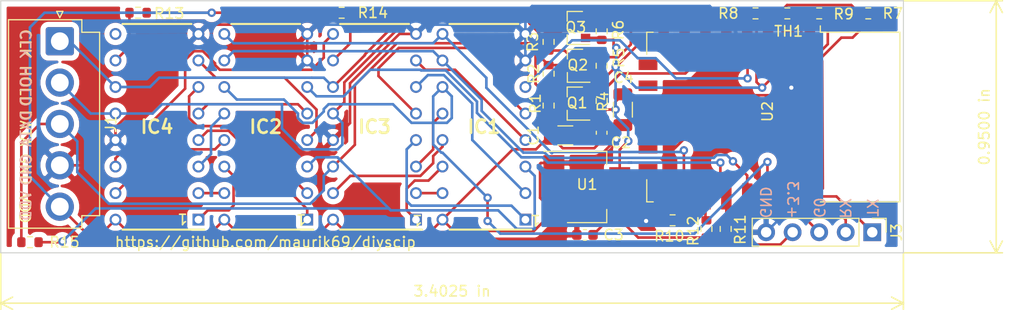
<source format=kicad_pcb>
(kicad_pcb (version 20171130) (host pcbnew "(5.1.9-0-10_14)")
  (title_block (title "Intex Wireless Controller") (date 2021-01-02) (rev 1.0) (company maurik69@gmail.com) (comment 1 https://github.com/maurik69/diyscip))
  (layers (0 F.Cu signal) (31 B.Cu signal) (34 B.Paste user) (35 F.Paste user) (36 B.SilkS user) (37 F.SilkS user) (38 B.Mask user) (39 F.Mask user) (44 Edge.Cuts user))
  (net 0 "")
  (net 1 GND)
  (net 2 +5V)
  (net 3 +3V3)
  (net 4 "Net-(IC1-Pad15)")
  (net 5 "Net-(IC1-Pad14)")
  (net 6 "Net-(IC1-Pad13)")
  (net 7 "Net-(IC1-Pad12)")
  (net 8 "Net-(IC1-Pad11)")
  (net 9 "Net-(IC1-Pad10)")
  (net 10 "Net-(IC1-Pad9)")
  (net 11 "Net-(IC1-Pad6)")
  (net 12 "Net-(IC1-Pad5)")
  (net 13 "Net-(IC1-Pad4)")
  (net 14 "Net-(IC1-Pad3)")
  (net 15 "Net-(IC1-Pad2)")
  (net 16 "Net-(IC1-Pad1)")
  (net 17 "Net-(IC2-Pad15)")
  (net 18 "Net-(IC2-Pad14)")
  (net 19 "Net-(IC2-Pad13)")
  (net 20 "Net-(IC2-Pad12)")
  (net 21 "Net-(IC2-Pad6)")
  (net 22 "Net-(IC2-Pad5)")
  (net 23 "Net-(IC2-Pad4)")
  (net 24 "Net-(IC2-Pad2)")
  (net 25 "Net-(IC2-Pad1)")
  (net 26 DATA_TTL)
  (net 27 HOLD_TTL)
  (net 28 CLK_TTL)
  (net 29 "Net-(IC3-Pad10)")
  (net 30 "Net-(IC3-Pad9)")
  (net 31 "Net-(IC4-Pad10)")
  (net 32 "Net-(IC4-Pad9)")
  (net 33 "Net-(J3-Pad2)")
  (net 34 "Net-(J3-Pad1)")
  (net 35 DATA_CMOS)
  (net 36 HOLD_CMOS)
  (net 37 CLK_CMOS)
  (net 38 "Net-(R7-Pad1)")
  (net 39 "Net-(R8-Pad2)")
  (net 40 "Net-(R12-Pad2)")
  (net 41 "Net-(U2-Pad14)")
  (net 42 "Net-(U2-Pad13)")
  (net 43 "Net-(U2-Pad12)")
  (net 44 "Net-(U2-Pad11)")
  (net 45 "Net-(U2-Pad10)")
  (net 46 "Net-(U2-Pad9)")
  (net 47 "Net-(R9-Pad2)")
  (module Resistor_SMD:R_0603_1608Metric (layer F.Cu) (at 116.7125 105.8545)
    (fp_text reference R15 (at 3.3025 0) (layer F.SilkS))
    (fp_text value 1K)
    (pad 2 smd roundrect (at 0.825 0) (size 0.8 0.95) (layers F.Cu F.Paste F.Mask) (net 14 "Net-(IC1-Pad3)"))
    (pad 1 smd roundrect (at -0.825 0) (size 0.8 0.95) (layers F.Cu F.Paste F.Mask) (net 26 DATA_TTL))
  )
  (module Connector_PinHeader_2.54mm:PinHeader_1x05_P2.54mm_Vertical (layer F.Cu) (at 197.358 104.902 270)
    (fp_text reference J3 (at 0 -2.33 90) (layer F.SilkS))
    (fp_text value Conn_01x05_Male)
    (pad 5 thru_hole oval (at 0 10.16 270) (size 1.7 1.7) (drill 1) (layers *.Cu *.Mask) (net 1 GND))
    (pad 4 thru_hole oval (at 0 7.62 270) (size 1.7 1.7) (drill 1) (layers *.Cu *.Mask) (net 3 +3V3))
    (pad 3 thru_hole oval (at 0 5.08 270) (size 1.7 1.7) (drill 1) (layers *.Cu *.Mask) (net 21 "Net-(IC2-Pad6)"))
    (pad 2 thru_hole oval (at 0 2.54 270) (size 1.7 1.7) (drill 1) (layers *.Cu *.Mask) (net 33 "Net-(J3-Pad2)"))
    (pad 1 thru_hole rect (at 0 0 270) (size 1.7 1.7) (drill 1) (layers *.Cu *.Mask) (net 34 "Net-(J3-Pad1)"))
  )
  (module Resistor_SMD:R_0603_1608Metric (layer F.Cu) (at 189.2295 83.947 180)
    (fp_text reference TH1 (at -0.1275 -1.7145) (layer F.SilkS))
    (fp_text value "Thermistor NTC 10K")
    (pad 2 smd roundrect (at 0.825 0 180) (size 0.8 0.95) (layers F.Cu F.Paste F.Mask) (net 38 "Net-(R7-Pad1)"))
    (pad 1 smd roundrect (at -0.825 0 180) (size 0.8 0.95) (layers F.Cu F.Paste F.Mask) (net 3 +3V3))
  )
  (module Resistor_SMD:R_0603_1608Metric (layer F.Cu) (at 196.9765 83.947)
    (fp_text reference R7 (at 2.35 0) (layer F.SilkS))
    (fp_text value 10k)
    (pad 2 smd roundrect (at 0.825 0) (size 0.8 0.95) (layers F.Cu F.Paste F.Mask) (net 1 GND))
    (pad 1 smd roundrect (at -0.825 0) (size 0.8 0.95) (layers F.Cu F.Paste F.Mask) (net 38 "Net-(R7-Pad1)"))
  )
  (module RF_Module:ESP-12E (layer F.Cu) (at 187.888 93.873 270)
    (fp_text reference U2 (at -0.528 0.563 90) (layer F.SilkS))
    (fp_text value ESP-12E)
    (pad 22 smd rect (at 7.6 -3.5 270) (size 2.5 1) (layers F.Cu F.Paste F.Mask) (net 34 "Net-(J3-Pad1)"))
    (pad 21 smd rect (at 7.6 -1.5 270) (size 2.5 1) (layers F.Cu F.Paste F.Mask) (net 33 "Net-(J3-Pad2)"))
    (pad 20 smd rect (at 7.6 0.5 270) (size 2.5 1) (layers F.Cu F.Paste F.Mask) (net 8 "Net-(IC1-Pad11)"))
    (pad 19 smd rect (at 7.6 2.5 270) (size 2.5 1) (layers F.Cu F.Paste F.Mask) (net 9 "Net-(IC1-Pad10)"))
    (pad 18 smd rect (at 7.6 4.5 270) (size 2.5 1) (layers F.Cu F.Paste F.Mask) (net 21 "Net-(IC2-Pad6)"))
    (pad 17 smd rect (at 7.6 6.5 270) (size 2.5 1) (layers F.Cu F.Paste F.Mask) (net 40 "Net-(R12-Pad2)"))
    (pad 16 smd rect (at 7.6 8.5 270) (size 2.5 1) (layers F.Cu F.Paste F.Mask) (net 10 "Net-(IC1-Pad9)"))
    (pad 15 smd rect (at 7.6 10.5 270) (size 2.5 1) (layers F.Cu F.Paste F.Mask) (net 1 GND))
    (pad 14 smd rect (at 5 12 270) (size 1 1.8) (layers F.Cu F.Paste F.Mask) (net 41 "Net-(U2-Pad14)"))
    (pad 13 smd rect (at 3 12 270) (size 1 1.8) (layers F.Cu F.Paste F.Mask) (net 42 "Net-(U2-Pad13)"))
    (pad 12 smd rect (at 1 12 270) (size 1 1.8) (layers F.Cu F.Paste F.Mask) (net 43 "Net-(U2-Pad12)"))
    (pad 11 smd rect (at -1 12 270) (size 1 1.8) (layers F.Cu F.Paste F.Mask) (net 44 "Net-(U2-Pad11)"))
    (pad 10 smd rect (at -3 12 270) (size 1 1.8) (layers F.Cu F.Paste F.Mask) (net 45 "Net-(U2-Pad10)"))
    (pad 9 smd rect (at -5 12 270) (size 1 1.8) (layers F.Cu F.Paste F.Mask) (net 46 "Net-(U2-Pad9)"))
    (pad 8 smd rect (at -7.6 10.5 270) (size 2.5 1) (layers F.Cu F.Paste F.Mask) (net 3 +3V3))
    (pad 7 smd rect (at -7.6 8.5 270) (size 2.5 1) (layers F.Cu F.Paste F.Mask) (net 36 HOLD_CMOS))
    (pad 6 smd rect (at -7.6 6.5 270) (size 2.5 1) (layers F.Cu F.Paste F.Mask) (net 35 DATA_CMOS))
    (pad 5 smd rect (at -7.6 4.5 270) (size 2.5 1) (layers F.Cu F.Paste F.Mask) (net 37 CLK_CMOS))
    (pad 4 smd rect (at -7.6 2.5 270) (size 2.5 1) (layers F.Cu F.Paste F.Mask) (net 11 "Net-(IC1-Pad6)"))
    (pad 3 smd rect (at -7.6 0.5 270) (size 2.5 1) (layers F.Cu F.Paste F.Mask) (net 39 "Net-(R8-Pad2)"))
    (pad 2 smd rect (at -7.6 -1.5 270) (size 2.5 1) (layers F.Cu F.Paste F.Mask) (net 38 "Net-(R7-Pad1)"))
    (pad 1 smd rect (at -7.6 -3.5 270) (size 2.5 1) (layers F.Cu F.Paste F.Mask) (net 47 "Net-(R9-Pad2)"))
  )
  (module Resistor_SMD:R_0603_1608Metric (layer F.Cu) (at 146.558 83.8835)
    (fp_text reference R14 (at 2.9845 0) (layer F.SilkS))
    (fp_text value 1K)
    (pad 1 smd roundrect (at -0.825 0) (size 0.8 0.95) (layers F.Cu F.Paste F.Mask) (net 2 +5V))
    (pad 2 smd roundrect (at 0.825 0) (size 0.8 0.95) (layers F.Cu F.Paste F.Mask) (net 29 "Net-(IC3-Pad10)"))
  )
  (module Resistor_SMD:R_0603_1608Metric (layer F.Cu) (at 181.483 104.585 90)
    (fp_text reference R12 (at -0.19 -1.27 90) (layer F.SilkS))
    (fp_text value 10K)
    (pad 2 smd roundrect (at 0.825 0 90) (size 0.8 0.95) (layers F.Cu F.Paste F.Mask) (net 40 "Net-(R12-Pad2)"))
    (pad 1 smd roundrect (at -0.825 0 90) (size 0.8 0.95) (layers F.Cu F.Paste F.Mask) (net 3 +3V3))
  )
  (module Resistor_SMD:R_0603_1608Metric (layer F.Cu) (at 183.3245 104.584 90)
    (fp_text reference R11 (at -0.064 1.397 90) (layer F.SilkS))
    (fp_text value 10K)
    (pad 2 smd roundrect (at 0.825 0 90) (size 0.8 0.95) (layers F.Cu F.Paste F.Mask) (net 21 "Net-(IC2-Pad6)"))
    (pad 1 smd roundrect (at -0.825 0 90) (size 0.8 0.95) (layers F.Cu F.Paste F.Mask) (net 3 +3V3))
  )
  (module Resistor_SMD:R_0603_1608Metric (layer F.Cu) (at 192.2775 83.947 180)
    (fp_text reference R9 (at -2.35 -0.0635) (layer F.SilkS))
    (fp_text value 10K)
    (pad 2 smd roundrect (at 0.825 0 180) (size 0.8 0.95) (layers F.Cu F.Paste F.Mask) (net 47 "Net-(R9-Pad2)"))
    (pad 1 smd roundrect (at -0.825 0 180) (size 0.8 0.95) (layers F.Cu F.Paste F.Mask) (net 3 +3V3))
  )
  (module Resistor_SMD:R_0603_1608Metric (layer F.Cu) (at 186.1815 83.947)
    (fp_text reference R8 (at -2.603 0) (layer F.SilkS))
    (fp_text value 10K)
    (pad 2 smd roundrect (at 0.825 0) (size 0.8 0.95) (layers F.Cu F.Paste F.Mask) (net 39 "Net-(R8-Pad2)"))
    (pad 1 smd roundrect (at -0.825 0) (size 0.8 0.95) (layers F.Cu F.Paste F.Mask) (net 3 +3V3))
  )
  (module Capacitor_SMD:C_0603_1608Metric (layer F.Cu) (at 169.8495 105.156 180)
    (fp_text reference C3 (at -2.7435 0) (layer F.SilkS))
    (fp_text value 100nF)
    (pad 2 smd roundrect (at 0.775 0 180) (size 0.9 0.95) (layers F.Cu F.Paste F.Mask) (net 1 GND))
    (pad 1 smd roundrect (at -0.775 0 180) (size 0.9 0.95) (layers F.Cu F.Paste F.Mask) (net 3 +3V3))
  )
  (module Connector_JST:JST_VH_B5P-VH-B_1x05_P3.96mm_Vertical (layer F.Cu) (at 119.5705 86.614 270)
    (fp_text reference J1 (at 7.92 -4.9 90) (layer F.SilkS))
    (fp_text value Conn_01x05_Male)
    (pad 5 thru_hole circle (at 15.84 0 270) (size 2.7 2.7) (drill 1.7) (layers *.Cu *.Mask) (net 2 +5V))
    (pad 4 thru_hole circle (at 11.88 0 270) (size 2.7 2.7) (drill 1.7) (layers *.Cu *.Mask) (net 1 GND))
    (pad 3 thru_hole circle (at 7.92 0 270) (size 2.7 2.7) (drill 1.7) (layers *.Cu *.Mask) (net 26 DATA_TTL))
    (pad 2 thru_hole circle (at 3.96 0 270) (size 2.7 2.7) (drill 1.7) (layers *.Cu *.Mask) (net 27 HOLD_TTL))
    (pad 1 thru_hole roundrect (at 0 0 270) (size 2.7 2.7) (drill 1.7) (layers *.Cu *.Mask) (roundrect_rratio 0.09259296296296296) (net 28 CLK_TTL))
  )
  (module Package_TO_SOT_SMD:SOT-223-3_TabPin2 (layer F.Cu) (at 170.028 100.57)
    (fp_text reference U1 (at 0.025 -0.24) (layer F.SilkS))
    (fp_text value AMS1117-3.3)
    (pad 1 smd rect (at -3.15 -2.3) (size 2 1.5) (layers F.Cu F.Paste F.Mask) (net 1 GND))
    (pad 3 smd rect (at -3.15 2.3) (size 2 1.5) (layers F.Cu F.Paste F.Mask) (net 2 +5V))
    (pad 2 smd rect (at -3.15 0) (size 2 1.5) (layers F.Cu F.Paste F.Mask) (net 3 +3V3))
    (pad 2 smd rect (at 3.15 0) (size 2 3.8) (layers F.Cu F.Paste F.Mask) (net 3 +3V3))
  )
  (module Resistor_SMD:R_0603_1608Metric (layer F.Cu) (at 127.0635 83.8835 180)
    (fp_text reference R13 (at -2.9845 -0.0635) (layer F.SilkS))
    (fp_text value 1K)
    (pad 2 smd roundrect (at 0.825 0 180) (size 0.8 0.95) (layers F.Cu F.Paste F.Mask) (net 31 "Net-(IC4-Pad10)"))
    (pad 1 smd roundrect (at -0.825 0 180) (size 0.8 0.95) (layers F.Cu F.Paste F.Mask) (net 2 +5V))
  )
  (module Resistor_SMD:R_0603_1608Metric (layer F.Cu) (at 178.244 103.759 180)
    (fp_text reference R10 (at 0.317 -1.524 180) (layer F.SilkS))
    (fp_text value 10K)
    (pad 2 smd roundrect (at 0.825 0 180) (size 0.8 0.95) (layers F.Cu F.Paste F.Mask) (net 1 GND))
    (pad 1 smd roundrect (at -0.825 0 180) (size 0.8 0.95) (layers F.Cu F.Paste F.Mask) (net 10 "Net-(IC1-Pad9)"))
  )
  (module Resistor_SMD:R_0603_1608Metric (layer F.Cu) (at 171.45 85.662 90)
    (fp_text reference R6 (at 0.1275 1.5875 90) (layer F.SilkS))
    (fp_text value 10K)
    (pad 2 smd roundrect (at 0.825 0 90) (size 0.8 0.95) (layers F.Cu F.Paste F.Mask) (net 37 CLK_CMOS))
    (pad 1 smd roundrect (at -0.825 0 90) (size 0.8 0.95) (layers F.Cu F.Paste F.Mask) (net 3 +3V3))
  )
  (module Resistor_SMD:R_0603_1608Metric (layer F.Cu) (at 171.45 88.963 90)
    (fp_text reference R5 (at 0.7615 1.651 90) (layer F.SilkS))
    (fp_text value 10K)
    (pad 2 smd roundrect (at 0.825 0 90) (size 0.8 0.95) (layers F.Cu F.Paste F.Mask) (net 36 HOLD_CMOS))
    (pad 1 smd roundrect (at -0.825 0 90) (size 0.8 0.95) (layers F.Cu F.Paste F.Mask) (net 3 +3V3))
  )
  (module Resistor_SMD:R_0603_1608Metric (layer F.Cu) (at 171.45 92.329 90)
    (fp_text reference R4 (at -0.0635 0.127 270) (layer F.SilkS))
    (fp_text value 10K)
    (pad 2 smd roundrect (at 0.825 0 90) (size 0.8 0.95) (layers F.Cu F.Paste F.Mask) (net 35 DATA_CMOS))
    (pad 1 smd roundrect (at -0.825 0 90) (size 0.8 0.95) (layers F.Cu F.Paste F.Mask) (net 3 +3V3))
  )
  (module Resistor_SMD:R_0603_1608Metric (layer F.Cu) (at 166.37 86.678 90)
    (fp_text reference R3 (at 0.0005 -1.524 90) (layer F.SilkS))
    (fp_text value 10K)
    (pad 2 smd roundrect (at 0.825 0 90) (size 0.8 0.95) (layers F.Cu F.Paste F.Mask) (net 28 CLK_TTL))
    (pad 1 smd roundrect (at -0.825 0 90) (size 0.8 0.95) (layers F.Cu F.Paste F.Mask) (net 2 +5V))
  )
  (module Resistor_SMD:R_0603_1608Metric (layer F.Cu) (at 166.37 89.725 90)
    (fp_text reference R2 (at 0 -1.43 90) (layer F.SilkS))
    (fp_text value 10K)
    (pad 2 smd roundrect (at 0.825 0 90) (size 0.8 0.95) (layers F.Cu F.Paste F.Mask) (net 27 HOLD_TTL))
    (pad 1 smd roundrect (at -0.825 0 90) (size 0.8 0.95) (layers F.Cu F.Paste F.Mask) (net 2 +5V))
  )
  (module Resistor_SMD:R_0603_1608Metric (layer F.Cu) (at 166.37 92.774 90)
    (fp_text reference R1 (at 0.191 -1.27 90) (layer F.SilkS))
    (fp_text value 10K)
    (pad 2 smd roundrect (at 0.825 0 90) (size 0.8 0.95) (layers F.Cu F.Paste F.Mask) (net 26 DATA_TTL))
    (pad 1 smd roundrect (at -0.825 0 90) (size 0.8 0.95) (layers F.Cu F.Paste F.Mask) (net 2 +5V))
  )
  (module Package_TO_SOT_SMD:SOT-23 (layer F.Cu) (at 168.91 85.344 180)
    (fp_text reference Q3 (at -0.0635 0.0635) (layer F.SilkS))
    (fp_text value BSS138)
    (pad 3 smd rect (at 1 0 180) (size 0.9 0.8) (layers F.Cu F.Paste F.Mask) (net 28 CLK_TTL))
    (pad 2 smd rect (at -1 0.95 180) (size 0.9 0.8) (layers F.Cu F.Paste F.Mask) (net 37 CLK_CMOS))
    (pad 1 smd rect (at -1 -0.95 180) (size 0.9 0.8) (layers F.Cu F.Paste F.Mask) (net 3 +3V3))
  )
  (module Package_TO_SOT_SMD:SOT-23 (layer F.Cu) (at 168.926 88.961 180)
    (fp_text reference Q2 (at -0.238 0.061) (layer F.SilkS))
    (fp_text value BSS138)
    (pad 3 smd rect (at 1 0 180) (size 0.9 0.8) (layers F.Cu F.Paste F.Mask) (net 27 HOLD_TTL))
    (pad 2 smd rect (at -1 0.95 180) (size 0.9 0.8) (layers F.Cu F.Paste F.Mask) (net 36 HOLD_CMOS))
    (pad 1 smd rect (at -1 -0.95 180) (size 0.9 0.8) (layers F.Cu F.Paste F.Mask) (net 3 +3V3))
  )
  (module Package_TO_SOT_SMD:SOT-23 (layer F.Cu) (at 168.91 92.583 180)
    (fp_text reference Q1 (at -0.1905 0.0635) (layer F.SilkS))
    (fp_text value BSS138)
    (pad 3 smd rect (at 1 0 180) (size 0.9 0.8) (layers F.Cu F.Paste F.Mask) (net 26 DATA_TTL))
    (pad 2 smd rect (at -1 0.95 180) (size 0.9 0.8) (layers F.Cu F.Paste F.Mask) (net 35 DATA_CMOS))
    (pad 1 smd rect (at -1 -0.95 180) (size 0.9 0.8) (layers F.Cu F.Paste F.Mask) (net 3 +3V3))
  )
  (module SamacSys_Parts:DIP794W53P254L1930H508Q16N (layer F.Cu) (at 128.872 94.8055 180)
    (fp_text reference IC4 (at 0 0) (layer F.SilkS) (effects (font (size 1.27 1.27) (thickness 0.254))))
    (fp_text value SN74HC595N hide)
    (pad 16 thru_hole circle (at 3.97 -8.89 180) (size 1.13 1.13) (drill 0.73) (layers *.Cu *.Mask) (net 2 +5V))
    (pad 15 thru_hole circle (at 3.97 -6.35 180) (size 1.13 1.13) (drill 0.73) (layers *.Cu *.Mask) (net 19 "Net-(IC2-Pad13)"))
    (pad 14 thru_hole circle (at 3.97 -3.81 180) (size 1.13 1.13) (drill 0.73) (layers *.Cu *.Mask) (net 30 "Net-(IC3-Pad9)"))
    (pad 13 thru_hole circle (at 3.97 -1.27 180) (size 1.13 1.13) (drill 0.73) (layers *.Cu *.Mask) (net 1 GND))
    (pad 12 thru_hole circle (at 3.97 1.27 180) (size 1.13 1.13) (drill 0.73) (layers *.Cu *.Mask) (net 27 HOLD_TTL))
    (pad 11 thru_hole circle (at 3.97 3.81 180) (size 1.13 1.13) (drill 0.73) (layers *.Cu *.Mask) (net 28 CLK_TTL))
    (pad 10 thru_hole circle (at 3.97 6.35 180) (size 1.13 1.13) (drill 0.73) (layers *.Cu *.Mask) (net 31 "Net-(IC4-Pad10)"))
    (pad 9 thru_hole circle (at 3.97 8.89 180) (size 1.13 1.13) (drill 0.73) (layers *.Cu *.Mask) (net 32 "Net-(IC4-Pad9)"))
    (pad 8 thru_hole circle (at -3.97 8.89 180) (size 1.13 1.13) (drill 0.73) (layers *.Cu *.Mask) (net 1 GND))
    (pad 7 thru_hole circle (at -3.97 6.35 180) (size 1.13 1.13) (drill 0.73) (layers *.Cu *.Mask) (net 23 "Net-(IC2-Pad4)"))
    (pad 6 thru_hole circle (at -3.97 3.81 180) (size 1.13 1.13) (drill 0.73) (layers *.Cu *.Mask) (net 24 "Net-(IC2-Pad2)"))
    (pad 5 thru_hole circle (at -3.97 1.27 180) (size 1.13 1.13) (drill 0.73) (layers *.Cu *.Mask) (net 22 "Net-(IC2-Pad5)"))
    (pad 4 thru_hole circle (at -3.97 -1.27 180) (size 1.13 1.13) (drill 0.73) (layers *.Cu *.Mask) (net 25 "Net-(IC2-Pad1)"))
    (pad 3 thru_hole circle (at -3.97 -3.81 180) (size 1.13 1.13) (drill 0.73) (layers *.Cu *.Mask) (net 20 "Net-(IC2-Pad12)"))
    (pad 2 thru_hole circle (at -3.97 -6.35 180) (size 1.13 1.13) (drill 0.73) (layers *.Cu *.Mask) (net 17 "Net-(IC2-Pad15)"))
    (pad 1 thru_hole rect (at -3.97 -8.89 180) (size 1.13 1.13) (drill 0.73) (layers *.Cu *.Mask) (net 18 "Net-(IC2-Pad14)"))
  )
  (module SamacSys_Parts:DIP794W53P254L1930H508Q16N (layer F.Cu) (at 149.7025 94.8055 180)
    (fp_text reference IC3 (at 0 0) (layer F.SilkS) (effects (font (size 1.27 1.27) (thickness 0.254))))
    (fp_text value SN74HC595N hide)
    (pad 16 thru_hole circle (at 3.97 -8.89 180) (size 1.13 1.13) (drill 0.73) (layers *.Cu *.Mask) (net 2 +5V))
    (pad 15 thru_hole circle (at 3.97 -6.35 180) (size 1.13 1.13) (drill 0.73) (layers *.Cu *.Mask) (net 6 "Net-(IC1-Pad13)"))
    (pad 14 thru_hole circle (at 3.97 -3.81 180) (size 1.13 1.13) (drill 0.73) (layers *.Cu *.Mask) (net 26 DATA_TTL))
    (pad 13 thru_hole circle (at 3.97 -1.27 180) (size 1.13 1.13) (drill 0.73) (layers *.Cu *.Mask) (net 1 GND))
    (pad 12 thru_hole circle (at 3.97 1.27 180) (size 1.13 1.13) (drill 0.73) (layers *.Cu *.Mask) (net 27 HOLD_TTL))
    (pad 11 thru_hole circle (at 3.97 3.81 180) (size 1.13 1.13) (drill 0.73) (layers *.Cu *.Mask) (net 28 CLK_TTL))
    (pad 10 thru_hole circle (at 3.97 6.35 180) (size 1.13 1.13) (drill 0.73) (layers *.Cu *.Mask) (net 29 "Net-(IC3-Pad10)"))
    (pad 9 thru_hole circle (at 3.97 8.89 180) (size 1.13 1.13) (drill 0.73) (layers *.Cu *.Mask) (net 30 "Net-(IC3-Pad9)"))
    (pad 8 thru_hole circle (at -3.97 8.89 180) (size 1.13 1.13) (drill 0.73) (layers *.Cu *.Mask) (net 1 GND))
    (pad 7 thru_hole circle (at -3.97 6.35 180) (size 1.13 1.13) (drill 0.73) (layers *.Cu *.Mask) (net 13 "Net-(IC1-Pad4)"))
    (pad 6 thru_hole circle (at -3.97 3.81 180) (size 1.13 1.13) (drill 0.73) (layers *.Cu *.Mask) (net 15 "Net-(IC1-Pad2)"))
    (pad 5 thru_hole circle (at -3.97 1.27 180) (size 1.13 1.13) (drill 0.73) (layers *.Cu *.Mask) (net 12 "Net-(IC1-Pad5)"))
    (pad 4 thru_hole circle (at -3.97 -1.27 180) (size 1.13 1.13) (drill 0.73) (layers *.Cu *.Mask) (net 16 "Net-(IC1-Pad1)"))
    (pad 3 thru_hole circle (at -3.97 -3.81 180) (size 1.13 1.13) (drill 0.73) (layers *.Cu *.Mask) (net 7 "Net-(IC1-Pad12)"))
    (pad 2 thru_hole circle (at -3.97 -6.35 180) (size 1.13 1.13) (drill 0.73) (layers *.Cu *.Mask) (net 4 "Net-(IC1-Pad15)"))
    (pad 1 thru_hole rect (at -3.97 -8.89 180) (size 1.13 1.13) (drill 0.73) (layers *.Cu *.Mask) (net 5 "Net-(IC1-Pad14)"))
  )
  (module SamacSys_Parts:DIP794W53P254L1930H508Q16N (layer F.Cu) (at 139.2885 94.8055 180)
    (fp_text reference IC2 (at 0 0) (layer F.SilkS) (effects (font (size 1.27 1.27) (thickness 0.254))))
    (fp_text value CD4051BE hide)
    (pad 16 thru_hole circle (at 3.97 -8.89 180) (size 1.13 1.13) (drill 0.73) (layers *.Cu *.Mask) (net 2 +5V))
    (pad 15 thru_hole circle (at 3.97 -6.35 180) (size 1.13 1.13) (drill 0.73) (layers *.Cu *.Mask) (net 17 "Net-(IC2-Pad15)"))
    (pad 14 thru_hole circle (at 3.97 -3.81 180) (size 1.13 1.13) (drill 0.73) (layers *.Cu *.Mask) (net 18 "Net-(IC2-Pad14)"))
    (pad 13 thru_hole circle (at 3.97 -1.27 180) (size 1.13 1.13) (drill 0.73) (layers *.Cu *.Mask) (net 19 "Net-(IC2-Pad13)"))
    (pad 12 thru_hole circle (at 3.97 1.27 180) (size 1.13 1.13) (drill 0.73) (layers *.Cu *.Mask) (net 20 "Net-(IC2-Pad12)"))
    (pad 11 thru_hole circle (at 3.97 3.81 180) (size 1.13 1.13) (drill 0.73) (layers *.Cu *.Mask) (net 8 "Net-(IC1-Pad11)"))
    (pad 10 thru_hole circle (at 3.97 6.35 180) (size 1.13 1.13) (drill 0.73) (layers *.Cu *.Mask) (net 9 "Net-(IC1-Pad10)"))
    (pad 9 thru_hole circle (at 3.97 8.89 180) (size 1.13 1.13) (drill 0.73) (layers *.Cu *.Mask) (net 10 "Net-(IC1-Pad9)"))
    (pad 8 thru_hole circle (at -3.97 8.89 180) (size 1.13 1.13) (drill 0.73) (layers *.Cu *.Mask) (net 1 GND))
    (pad 7 thru_hole circle (at -3.97 6.35 180) (size 1.13 1.13) (drill 0.73) (layers *.Cu *.Mask) (net 1 GND))
    (pad 6 thru_hole circle (at -3.97 3.81 180) (size 1.13 1.13) (drill 0.73) (layers *.Cu *.Mask) (net 21 "Net-(IC2-Pad6)"))
    (pad 5 thru_hole circle (at -3.97 1.27 180) (size 1.13 1.13) (drill 0.73) (layers *.Cu *.Mask) (net 22 "Net-(IC2-Pad5)"))
    (pad 4 thru_hole circle (at -3.97 -1.27 180) (size 1.13 1.13) (drill 0.73) (layers *.Cu *.Mask) (net 23 "Net-(IC2-Pad4)"))
    (pad 3 thru_hole circle (at -3.97 -3.81 180) (size 1.13 1.13) (drill 0.73) (layers *.Cu *.Mask) (net 14 "Net-(IC1-Pad3)"))
    (pad 2 thru_hole circle (at -3.97 -6.35 180) (size 1.13 1.13) (drill 0.73) (layers *.Cu *.Mask) (net 24 "Net-(IC2-Pad2)"))
    (pad 1 thru_hole rect (at -3.97 -8.89 180) (size 1.13 1.13) (drill 0.73) (layers *.Cu *.Mask) (net 25 "Net-(IC2-Pad1)"))
  )
  (module SamacSys_Parts:DIP794W53P254L1930H508Q16N (layer F.Cu) (at 160.18 94.8055 180)
    (fp_text reference IC1 (at 0 0) (layer F.SilkS) (effects (font (size 1.27 1.27) (thickness 0.254))))
    (fp_text value CD4051BE hide)
    (pad 16 thru_hole circle (at 3.97 -8.89 180) (size 1.13 1.13) (drill 0.73) (layers *.Cu *.Mask) (net 2 +5V))
    (pad 15 thru_hole circle (at 3.97 -6.35 180) (size 1.13 1.13) (drill 0.73) (layers *.Cu *.Mask) (net 4 "Net-(IC1-Pad15)"))
    (pad 14 thru_hole circle (at 3.97 -3.81 180) (size 1.13 1.13) (drill 0.73) (layers *.Cu *.Mask) (net 5 "Net-(IC1-Pad14)"))
    (pad 13 thru_hole circle (at 3.97 -1.27 180) (size 1.13 1.13) (drill 0.73) (layers *.Cu *.Mask) (net 6 "Net-(IC1-Pad13)"))
    (pad 12 thru_hole circle (at 3.97 1.27 180) (size 1.13 1.13) (drill 0.73) (layers *.Cu *.Mask) (net 7 "Net-(IC1-Pad12)"))
    (pad 11 thru_hole circle (at 3.97 3.81 180) (size 1.13 1.13) (drill 0.73) (layers *.Cu *.Mask) (net 8 "Net-(IC1-Pad11)"))
    (pad 10 thru_hole circle (at 3.97 6.35 180) (size 1.13 1.13) (drill 0.73) (layers *.Cu *.Mask) (net 9 "Net-(IC1-Pad10)"))
    (pad 9 thru_hole circle (at 3.97 8.89 180) (size 1.13 1.13) (drill 0.73) (layers *.Cu *.Mask) (net 10 "Net-(IC1-Pad9)"))
    (pad 8 thru_hole circle (at -3.97 8.89 180) (size 1.13 1.13) (drill 0.73) (layers *.Cu *.Mask) (net 1 GND))
    (pad 7 thru_hole circle (at -3.97 6.35 180) (size 1.13 1.13) (drill 0.73) (layers *.Cu *.Mask) (net 1 GND))
    (pad 6 thru_hole circle (at -3.97 3.81 180) (size 1.13 1.13) (drill 0.73) (layers *.Cu *.Mask) (net 11 "Net-(IC1-Pad6)"))
    (pad 5 thru_hole circle (at -3.97 1.27 180) (size 1.13 1.13) (drill 0.73) (layers *.Cu *.Mask) (net 12 "Net-(IC1-Pad5)"))
    (pad 4 thru_hole circle (at -3.97 -1.27 180) (size 1.13 1.13) (drill 0.73) (layers *.Cu *.Mask) (net 13 "Net-(IC1-Pad4)"))
    (pad 3 thru_hole circle (at -3.97 -3.81 180) (size 1.13 1.13) (drill 0.73) (layers *.Cu *.Mask) (net 14 "Net-(IC1-Pad3)"))
    (pad 2 thru_hole circle (at -3.97 -6.35 180) (size 1.13 1.13) (drill 0.73) (layers *.Cu *.Mask) (net 15 "Net-(IC1-Pad2)"))
    (pad 1 thru_hole rect (at -3.97 -8.89 180) (size 1.13 1.13) (drill 0.73) (layers *.Cu *.Mask) (net 16 "Net-(IC1-Pad1)"))
  )
  (module Capacitor_SMD:C_1206_3216Metric (layer F.Cu) (at 173.482 93.169 270)
    (fp_text reference C4 (at -3.0625 -0.0635) (layer F.SilkS))
    (fp_text value 22uF)
    (pad 2 smd roundrect (at 1.475 0 270) (size 1.15 1.8) (layers F.Cu F.Paste F.Mask) (roundrect_rratio 0.2173904347826087) (net 1 GND))
    (pad 1 smd roundrect (at -1.475 0 270) (size 1.15 1.8) (layers F.Cu F.Paste F.Mask) (roundrect_rratio 0.2173904347826087) (net 3 +3V3))
  )
  (module Capacitor_SMD:C_0603_1608Metric (layer F.Cu) (at 171.45 95.377 90)
    (fp_text reference C2 (at -0.9525 1.8415 180) (layer F.SilkS))
    (fp_text value 100nF)
    (pad 2 smd roundrect (at 0.775 0 90) (size 0.9 0.95) (layers F.Cu F.Paste F.Mask) (net 1 GND))
    (pad 1 smd roundrect (at -0.775 0 90) (size 0.9 0.95) (layers F.Cu F.Paste F.Mask) (net 2 +5V))
  )
  (module Capacitor_SMD:C_1206_3216Metric (layer F.Cu) (at 167.972 95.631)
    (fp_text reference C1 (at -3.0625 0 90) (layer F.SilkS))
    (fp_text value 22uF)
    (pad 2 smd roundrect (at 1.475 0) (size 1.15 1.8) (layers F.Cu F.Paste F.Mask) (roundrect_rratio 0.2173904347826087) (net 1 GND))
    (pad 1 smd roundrect (at -1.475 0) (size 1.15 1.8) (layers F.Cu F.Paste F.Mask) (roundrect_rratio 0.2173904347826087) (net 2 +5V))
  )
  (dimension 24.13 (width 0.15) (layer F.SilkS) (gr_text "24.130 mm" (at 210.5325 94.8055 270) (layer F.SilkS) (effects (font (size 1 1) (thickness 0.15)))) (feature1 (pts (xy 200.3425 106.8705) (xy 209.818921 106.8705))) (feature2 (pts (xy 200.3425 82.7405) (xy 209.818921 82.7405))) (crossbar (pts (xy 209.2325 82.7405) (xy 209.2325 106.8705))) (arrow1a (pts (xy 209.2325 106.8705) (xy 208.646079 105.743996))) (arrow1b (pts (xy 209.2325 106.8705) (xy 209.818921 105.743996))) (arrow2a (pts (xy 209.2325 82.7405) (xy 208.646079 83.867004))) (arrow2b (pts (xy 209.2325 82.7405) (xy 209.818921 83.867004))))
  (dimension 86.4235 (width 0.15) (layer F.SilkS) (gr_text "86.4235 mm" (at 157.13075 112.9965) (layer F.SilkS) (effects (font (size 1 1) (thickness 0.15)))) (feature1 (pts (xy 113.919 106.8705) (xy 113.919 112.282921))) (feature2 (pts (xy 200.3425 106.8705) (xy 200.3425 112.282921))) (crossbar (pts (xy 200.3425 111.6965) (xy 113.919 111.6965))) (arrow1a (pts (xy 113.919 111.6965) (xy 115.045504 111.110079))) (arrow1b (pts (xy 113.919 111.6965) (xy 115.045504 112.282921))) (arrow2a (pts (xy 200.3425 111.6965) (xy 199.215996 111.110079))) (arrow2b (pts (xy 200.3425 111.6965) (xy 199.215996 112.282921))))
  (gr_text https://github.com/maurik69/diyscip (at 139.2555 105.8545) (layer F.SilkS) (effects (font (size 1 1))))
  (gr_line (start 200.3425 106.8705) (end 113.919 106.8705) (layer Edge.Cuts) (width 0.1))
  (gr_line (start 113.919 82.7405) (end 200.3425 82.7405) (layer Edge.Cuts) (width 0.1))
  (gr_line (start 200.3425 82.7405) (end 200.3425 106.8705) (layer Edge.Cuts) (width 0.1))
  (gr_line (start 113.919 82.7405) (end 113.919 106.8705) (layer Edge.Cuts) (width 0.1))
  (gr_text VDD (at 116.332 102.362 90) (layer B.SilkS) (effects (font (size 1 1)) (justify mirror)))
  (gr_text HOLD (at 116.332 90.932 90) (layer B.SilkS) (effects (font (size 1 1)) (justify mirror)))
  (gr_text DATA (at 116.332 94.996 90) (layer B.SilkS) (effects (font (size 1 1)) (justify mirror)))
  (gr_text GND (at 116.332 98.933 90) (layer B.SilkS) (effects (font (size 1 1)) (justify mirror)))
  (gr_text "CLK\n" (at 116.332 86.9315 90) (layer B.SilkS) (effects (font (size 1 1)) (justify mirror)))
  (gr_text 1 (at 131.318 103.632 180) (layer F.SilkS) (effects (font (size 1 1))))
  (gr_text 1 (at 142.6845 103.6955 180) (layer F.SilkS) (effects (font (size 1 1))))
  (gr_text 1 (at 153.797 103.759 180) (layer F.SilkS) (effects (font (size 1 1))))
  (gr_text 1 (at 165.1 103.759 180) (layer F.SilkS) (effects (font (size 1 1))))
  (gr_text GND (at 187.1345 102.0445 270) (layer B.SilkS) (effects (font (size 1 1)) (justify mirror)))
  (gr_text +3.3 (at 189.738 101.7905 270) (layer B.SilkS) (effects (font (size 1 1)) (justify mirror)))
  (gr_text G0 (at 192.278 102.5525 270) (layer B.SilkS) (effects (font (size 1 1)) (justify mirror)))
  (gr_text RX (at 194.7545 102.616 270) (layer B.SilkS) (effects (font (size 1 1)) (justify mirror)))
  (gr_text TX (at 197.358 102.5525 270) (layer B.SilkS) (effects (font (size 1 1)) (justify mirror)))
  (gr_text VDD (at 116.205 102.616 -90) (layer F.SilkS) (effects (font (size 1 1))))
  (gr_text GND (at 116.2685 98.8695 -90) (layer F.SilkS) (effects (font (size 1 1))))
  (gr_text DATA (at 116.2685 94.9325 -90) (layer F.SilkS) (effects (font (size 1 1))))
  (gr_text HOLD (at 116.2685 90.8685 -90) (layer F.SilkS) (effects (font (size 1 1))))
  (gr_text "CLK\n" (at 116.2685 86.868 -90) (layer F.SilkS) (effects (font (size 1 1))))
  (segment (start 166.878 98.27) (end 166.878 98.2) (width 0.25) (layer F.Cu) (net 1))
  (segment (start 166.467 97.859) (end 166.878 98.27) (width 0.25) (layer F.Cu) (net 1))
  (via (at 172.847 96.012) (size 0.8) (drill 0.4) (layers F.Cu B.Cu) (net 1))
  (segment (start 172.847 95.999) (end 171.45 94.602) (width 0.25) (layer F.Cu) (net 1))
  (segment (start 172.847 96.012) (end 172.847 95.999) (width 0.25) (layer F.Cu) (net 1))
  (segment (start 170.421 95.631) (end 171.45 94.602) (width 0.25) (layer F.Cu) (net 1))
  (segment (start 169.447 95.631) (end 170.421 95.631) (width 0.25) (layer F.Cu) (net 1))
  (segment (start 172.847 95.279) (end 173.482 94.644) (width 0.25) (layer F.Cu) (net 1))
  (segment (start 172.847 96.012) (end 172.847 95.279) (width 0.25) (layer F.Cu) (net 1))
  (segment (start 177.547 101.632) (end 177.388 101.473) (width 0.25) (layer F.Cu) (net 1))
  (via (at 189.611 91.059) (size 0.8) (drill 0.4) (layers F.Cu B.Cu) (net 1))
  (segment (start 177.388 101.473) (end 177.388 99.973) (width 0.25) (layer F.Cu) (net 1))
  (segment (start 177.388 103.727) (end 177.6105 103.9495) (width 0.25) (layer F.Cu) (net 1))
  (segment (start 177.388 101.473) (end 177.388 103.727) (width 0.25) (layer F.Cu) (net 1))
  (segment (start 177.388 101.473) (end 177.388 101.859) (width 0.25) (layer F.Cu) (net 1))
  (segment (start 195.478501 86.269999) (end 197.8015 83.947) (width 0.25) (layer F.Cu) (net 1))
  (segment (start 194.400001 86.269999) (end 195.478501 86.269999) (width 0.25) (layer F.Cu) (net 1))
  (segment (start 189.611 91.059) (end 194.400001 86.269999) (width 0.25) (layer F.Cu) (net 1))
  (segment (start 172.842834 96.012) (end 172.847 96.012) (width 0.25) (layer F.Cu) (net 1))
  (segment (start 170.584834 98.27) (end 172.842834 96.012) (width 0.25) (layer F.Cu) (net 1))
  (segment (start 166.878 98.27) (end 170.584834 98.27) (width 0.25) (layer F.Cu) (net 1))
  (segment (start 169.011 105.0925) (end 169.0745 105.156) (width 0.25) (layer F.Cu) (net 1))
  (via (at 175.7045 103.8225) (size 0.8) (drill 0.4) (layers F.Cu B.Cu) (net 1))
  (segment (start 177.3555 103.8225) (end 177.419 103.759) (width 0.25) (layer F.Cu) (net 1))
  (segment (start 175.7045 103.8225) (end 177.3555 103.8225) (width 0.25) (layer F.Cu) (net 1))
  (segment (start 175.7045 103.1565) (end 177.388 101.473) (width 0.25) (layer F.Cu) (net 1))
  (segment (start 175.7045 103.8225) (end 175.7045 103.1565) (width 0.25) (layer F.Cu) (net 1))
  (segment (start 122.4835 98.494) (end 124.902 96.0755) (width 0.25) (layer F.Cu) (net 1))
  (segment (start 119.5705 98.494) (end 122.4835 98.494) (width 0.25) (layer F.Cu) (net 1))
  (segment (start 124.902 94.852702) (end 129.921 89.833702) (width 0.25) (layer F.Cu) (net 1))
  (segment (start 124.902 96.0755) (end 124.902 94.852702) (width 0.25) (layer F.Cu) (net 1))
  (segment (start 129.921 88.8365) (end 132.842 85.9155) (width 0.25) (layer F.Cu) (net 1))
  (segment (start 129.921 89.833702) (end 129.921 88.8365) (width 0.25) (layer F.Cu) (net 1))
  (segment (start 142.368499 85.025499) (end 143.2585 85.9155) (width 0.25) (layer F.Cu) (net 1))
  (segment (start 133.732001 85.025499) (end 142.368499 85.025499) (width 0.25) (layer F.Cu) (net 1))
  (segment (start 132.842 85.9155) (end 133.732001 85.025499) (width 0.25) (layer F.Cu) (net 1))
  (segment (start 144.148501 85.025499) (end 152.782499 85.025499) (width 0.25) (layer B.Cu) (net 1))
  (segment (start 152.782499 85.025499) (end 153.6725 85.9155) (width 0.25) (layer B.Cu) (net 1))
  (segment (start 143.2585 85.9155) (end 144.148501 85.025499) (width 0.25) (layer B.Cu) (net 1))
  (segment (start 143.2585 85.9155) (end 143.2585 88.4555) (width 0.25) (layer F.Cu) (net 1))
  (segment (start 163.259999 85.025499) (end 164.15 85.9155) (width 0.25) (layer B.Cu) (net 1))
  (segment (start 154.562501 85.025499) (end 163.259999 85.025499) (width 0.25) (layer B.Cu) (net 1))
  (segment (start 153.6725 85.9155) (end 154.562501 85.025499) (width 0.25) (layer B.Cu) (net 1))
  (segment (start 189.611 91.059) (end 181.79451 83.24251) (width 0.25) (layer B.Cu) (net 1))
  (segment (start 181.79451 83.24251) (end 164.78849 83.24251) (width 0.25) (layer B.Cu) (net 1))
  (segment (start 164.15 83.881) (end 164.78849 83.24251) (width 0.25) (layer B.Cu) (net 1))
  (segment (start 164.15 85.9155) (end 164.15 83.881) (width 0.25) (layer B.Cu) (net 1))
  (segment (start 164.15 85.9155) (end 164.15 88.4555) (width 0.25) (layer B.Cu) (net 1))
  (segment (start 145.7325 96.0755) (end 147.356268 94.451732) (width 0.25) (layer F.Cu) (net 1))
  (segment (start 147.356268 94.451732) (end 147.356268 90.644552) (width 0.25) (layer F.Cu) (net 1))
  (segment (start 152.08532 85.9155) (end 153.6725 85.9155) (width 0.25) (layer F.Cu) (net 1))
  (segment (start 147.356268 90.644552) (end 152.08532 85.9155) (width 0.25) (layer F.Cu) (net 1))
  (segment (start 168.138001 101.794999) (end 169.0745 102.731498) (width 0.25) (layer F.Cu) (net 1))
  (segment (start 165.739499 101.794999) (end 168.138001 101.794999) (width 0.25) (layer F.Cu) (net 1))
  (segment (start 165.552999 98.345001) (end 165.552999 101.608499) (width 0.25) (layer F.Cu) (net 1))
  (segment (start 169.0745 102.731498) (end 169.0745 105.156) (width 0.25) (layer F.Cu) (net 1))
  (segment (start 165.552999 101.608499) (end 165.739499 101.794999) (width 0.25) (layer F.Cu) (net 1))
  (segment (start 165.628 98.27) (end 165.552999 98.345001) (width 0.25) (layer F.Cu) (net 1))
  (segment (start 166.878 98.27) (end 165.628 98.27) (width 0.25) (layer F.Cu) (net 1))
  (segment (start 177.388 97.922488) (end 177.388 101.473) (width 0.25) (layer F.Cu) (net 1))
  (segment (start 188.885999 91.784001) (end 183.526487 91.784001) (width 0.25) (layer F.Cu) (net 1))
  (segment (start 189.611 91.059) (end 188.885999 91.784001) (width 0.25) (layer F.Cu) (net 1))
  (segment (start 189.611 102.489) (end 189.611 91.059) (width 0.25) (layer B.Cu) (net 1))
  (segment (start 187.198 104.902) (end 189.611 102.489) (width 0.25) (layer B.Cu) (net 1))
  (segment (start 174.078001 94.047999) (end 180.661999 94.047999) (width 0.25) (layer F.Cu) (net 1))
  (segment (start 180.661999 94.047999) (end 180.962244 94.348244) (width 0.25) (layer F.Cu) (net 1))
  (segment (start 173.482 94.644) (end 174.078001 94.047999) (width 0.25) (layer F.Cu) (net 1))
  (segment (start 180.962244 94.348244) (end 177.388 97.922488) (width 0.25) (layer F.Cu) (net 1))
  (segment (start 183.526487 91.784001) (end 180.962244 94.348244) (width 0.25) (layer F.Cu) (net 1))
  (segment (start 166.243 93.726) (end 166.37 93.599) (width 0.25) (layer F.Cu) (net 2))
  (segment (start 168.685001 91.922999) (end 167.312002 90.55) (width 0.25) (layer F.Cu) (net 2))
  (segment (start 168.329002 93.599) (end 168.685001 93.243001) (width 0.25) (layer F.Cu) (net 2))
  (segment (start 167.312002 90.55) (end 166.37 90.55) (width 0.25) (layer F.Cu) (net 2))
  (segment (start 168.685001 93.243001) (end 168.685001 91.922999) (width 0.25) (layer F.Cu) (net 2))
  (segment (start 166.37 93.599) (end 168.329002 93.599) (width 0.25) (layer F.Cu) (net 2))
  (segment (start 167.903002 87.503) (end 166.37 87.503) (width 0.25) (layer F.Cu) (net 2))
  (segment (start 168.701001 88.300999) (end 167.903002 87.503) (width 0.25) (layer F.Cu) (net 2))
  (segment (start 168.701001 89.700997) (end 168.701001 88.300999) (width 0.25) (layer F.Cu) (net 2))
  (segment (start 167.851998 90.55) (end 168.701001 89.700997) (width 0.25) (layer F.Cu) (net 2))
  (segment (start 166.37 90.55) (end 167.851998 90.55) (width 0.25) (layer F.Cu) (net 2))
  (segment (start 166.37 95.504) (end 166.497 95.631) (width 0.25) (layer F.Cu) (net 2))
  (segment (start 166.497 93.726) (end 166.37 93.599) (width 0.25) (layer F.Cu) (net 2))
  (segment (start 166.497 95.631) (end 166.497 93.726) (width 0.25) (layer F.Cu) (net 2))
  (segment (start 166.243 95.885) (end 166.497 95.631) (width 0.25) (layer F.Cu) (net 2))
  (segment (start 170.74599 96.85601) (end 171.45 96.152) (width 0.25) (layer F.Cu) (net 2))
  (segment (start 167.72201 96.85601) (end 170.74599 96.85601) (width 0.25) (layer F.Cu) (net 2))
  (segment (start 166.497 95.631) (end 167.72201 96.85601) (width 0.25) (layer F.Cu) (net 2))
  (segment (start 119.5705 102.454) (end 122.082 104.9655) (width 0.25) (layer F.Cu) (net 2))
  (segment (start 123.632 104.9655) (end 124.902 103.6955) (width 0.25) (layer F.Cu) (net 2))
  (segment (start 122.082 104.9655) (end 123.632 104.9655) (width 0.25) (layer F.Cu) (net 2))
  (segment (start 124.902 103.6955) (end 126.2355 105.029) (width 0.25) (layer F.Cu) (net 2))
  (segment (start 133.985 105.029) (end 135.3185 103.6955) (width 0.25) (layer F.Cu) (net 2))
  (segment (start 126.2355 105.029) (end 133.985 105.029) (width 0.25) (layer F.Cu) (net 2))
  (segment (start 135.3185 103.6955) (end 136.652 105.029) (width 0.25) (layer F.Cu) (net 2))
  (segment (start 144.399 105.029) (end 145.7325 103.6955) (width 0.25) (layer F.Cu) (net 2))
  (segment (start 136.652 105.029) (end 144.399 105.029) (width 0.25) (layer F.Cu) (net 2))
  (segment (start 145.7325 103.6955) (end 147.1295 105.0925) (width 0.25) (layer F.Cu) (net 2))
  (segment (start 154.813 105.0925) (end 156.21 103.6955) (width 0.25) (layer F.Cu) (net 2))
  (segment (start 147.1295 105.0925) (end 154.813 105.0925) (width 0.25) (layer F.Cu) (net 2))
  (segment (start 118.11 83.8835) (end 134.112 83.8835) (width 0.25) (layer B.Cu) (net 2))
  (via (at 134.112 83.8835) (size 0.8) (drill 0.4) (layers F.Cu B.Cu) (net 2))
  (segment (start 134.112 83.8835) (end 127.8885 83.8835) (width 0.25) (layer F.Cu) (net 2))
  (segment (start 134.112 83.8835) (end 145.733 83.8835) (width 0.25) (layer F.Cu) (net 2))
  (segment (start 117.89549 100.77899) (end 119.5705 102.454) (width 0.25) (layer B.Cu) (net 2))
  (segment (start 117.89549 100.77899) (end 117.89549 100.75049) (width 0.25) (layer B.Cu) (net 2))
  (segment (start 117.89549 100.75049) (end 116.713 99.568) (width 0.25) (layer B.Cu) (net 2))
  (segment (start 116.713 99.568) (end 116.713 85.2805) (width 0.25) (layer B.Cu) (net 2))
  (segment (start 116.713 85.2805) (end 118.11 83.8835) (width 0.25) (layer B.Cu) (net 2))
  (segment (start 166.878 102.87) (end 164.973 104.775) (width 0.25) (layer F.Cu) (net 2))
  (segment (start 157.2895 104.775) (end 156.21 103.6955) (width 0.25) (layer F.Cu) (net 2))
  (segment (start 164.973 104.775) (end 157.2895 104.775) (width 0.25) (layer F.Cu) (net 2))
  (segment (start 165.162499 96.965501) (end 166.497 95.631) (width 0.25) (layer F.Cu) (net 2))
  (segment (start 162.939999 96.965501) (end 165.162499 96.965501) (width 0.25) (layer F.Cu) (net 2))
  (segment (start 156.21 103.6955) (end 162.939999 96.965501) (width 0.25) (layer F.Cu) (net 2))
  (segment (start 171.382 89.911) (end 171.45 89.979) (width 0.25) (layer F.Cu) (net 3))
  (segment (start 169.926 89.911) (end 171.382 89.911) (width 0.25) (layer F.Cu) (net 3))
  (segment (start 171.071 93.533) (end 171.45 93.154) (width 0.25) (layer F.Cu) (net 3))
  (segment (start 169.91 93.533) (end 171.071 93.533) (width 0.25) (layer F.Cu) (net 3))
  (segment (start 166.447 100.139) (end 166.878 100.57) (width 0.25) (layer F.Cu) (net 3))
  (segment (start 171.45 93.154) (end 172.784 93.154) (width 0.25) (layer F.Cu) (net 3))
  (segment (start 171.257 86.294) (end 171.45 86.487) (width 0.25) (layer F.Cu) (net 3))
  (segment (start 169.91 86.294) (end 171.257 86.294) (width 0.25) (layer F.Cu) (net 3))
  (segment (start 171.327 89.911) (end 171.45 89.788) (width 0.25) (layer F.Cu) (net 3))
  (segment (start 169.926 89.911) (end 171.327 89.911) (width 0.25) (layer F.Cu) (net 3))
  (segment (start 166.878 100.57) (end 173.178 100.57) (width 0.25) (layer F.Cu) (net 3))
  (via (at 172.784 93.154) (size 0.8) (drill 0.4) (layers F.Cu B.Cu) (net 3))
  (segment (start 172.784 93.154) (end 172.784 89.091) (width 0.25) (layer B.Cu) (net 3))
  (via (at 172.784 89.091) (size 0.8) (drill 0.4) (layers F.Cu B.Cu) (net 3))
  (via (at 172.847 87.249) (size 0.8) (drill 0.4) (layers F.Cu B.Cu) (net 3))
  (segment (start 171.45 86.487) (end 172.593 86.487) (width 0.25) (layer F.Cu) (net 3))
  (segment (start 172.087 89.788) (end 172.784 89.091) (width 0.25) (layer F.Cu) (net 3))
  (segment (start 171.45 89.788) (end 172.087 89.788) (width 0.25) (layer F.Cu) (net 3))
  (segment (start 172.593 86.995) (end 172.847 87.249) (width 0.25) (layer F.Cu) (net 3))
  (segment (start 172.593 86.487) (end 172.593 86.995) (width 0.25) (layer F.Cu) (net 3))
  (segment (start 172.847 89.028) (end 172.784 89.091) (width 0.25) (layer B.Cu) (net 3))
  (segment (start 172.847 87.249) (end 172.847 89.028) (width 0.25) (layer B.Cu) (net 3))
  (segment (start 175.602 86.273) (end 177.388 86.273) (width 0.25) (layer F.Cu) (net 3))
  (segment (start 172.784 89.091) (end 175.602 86.273) (width 0.25) (layer F.Cu) (net 3))
  (segment (start 172.784 92.392) (end 173.482 91.694) (width 0.25) (layer F.Cu) (net 3))
  (segment (start 172.784 93.154) (end 172.784 92.392) (width 0.25) (layer F.Cu) (net 3))
  (segment (start 172.784 93.154) (end 172.784 93.79) (width 0.25) (layer B.Cu) (net 3))
  (segment (start 172.784 93.79) (end 173.99 94.996) (width 0.25) (layer B.Cu) (net 3))
  (segment (start 173.99 96.159685) (end 174.007085 96.17677) (width 0.25) (layer B.Cu) (net 3))
  (via (at 174.007085 96.17677) (size 0.8) (drill 0.4) (layers F.Cu B.Cu) (net 3))
  (segment (start 173.99 94.996) (end 173.99 96.159685) (width 0.25) (layer B.Cu) (net 3))
  (segment (start 173.178 97.005855) (end 173.178 100.57) (width 0.25) (layer F.Cu) (net 3))
  (segment (start 174.007085 96.17677) (end 173.178 97.005855) (width 0.25) (layer F.Cu) (net 3))
  (segment (start 181.484 105.409) (end 181.483 105.41) (width 0.25) (layer F.Cu) (net 3))
  (segment (start 183.388 105.409) (end 181.484 105.409) (width 0.25) (layer F.Cu) (net 3))
  (via (at 186.817 91.059) (size 0.8) (drill 0.4) (layers F.Cu B.Cu) (net 3))
  (segment (start 174.9425 105.41) (end 181.483 105.41) (width 0.25) (layer F.Cu) (net 3))
  (segment (start 173.178 100.57) (end 173.178 101.47) (width 0.25) (layer F.Cu) (net 3))
  (segment (start 173.178 102.6025) (end 170.6245 105.156) (width 0.25) (layer F.Cu) (net 3))
  (segment (start 173.178 100.57) (end 173.178 102.6025) (width 0.25) (layer F.Cu) (net 3))
  (segment (start 173.178 100.57) (end 173.178 103.6455) (width 0.25) (layer F.Cu) (net 3))
  (segment (start 173.178 103.6455) (end 174.9425 105.41) (width 0.25) (layer F.Cu) (net 3))
  (segment (start 187.542001 90.333999) (end 189.662003 90.333999) (width 0.25) (layer F.Cu) (net 3))
  (segment (start 193.1025 86.893502) (end 193.1025 83.947) (width 0.25) (layer F.Cu) (net 3))
  (segment (start 186.817 91.059) (end 187.542001 90.333999) (width 0.25) (layer F.Cu) (net 3))
  (segment (start 190.562999 84.455499) (end 190.562999 89.433003) (width 0.25) (layer F.Cu) (net 3))
  (segment (start 190.562999 89.433003) (end 190.544001 89.452001) (width 0.25) (layer F.Cu) (net 3))
  (segment (start 190.544001 89.452001) (end 193.1025 86.893502) (width 0.25) (layer F.Cu) (net 3))
  (segment (start 190.0545 83.947) (end 190.562999 84.455499) (width 0.25) (layer F.Cu) (net 3))
  (segment (start 189.662003 90.333999) (end 190.544001 89.452001) (width 0.25) (layer F.Cu) (net 3))
  (segment (start 186.562999 90.804999) (end 186.817 91.059) (width 0.25) (layer F.Cu) (net 3))
  (segment (start 188.562999 106.077001) (end 189.738 104.902) (width 0.25) (layer F.Cu) (net 3))
  (segment (start 183.992501 106.077001) (end 188.562999 106.077001) (width 0.25) (layer F.Cu) (net 3))
  (segment (start 183.3245 105.409) (end 183.992501 106.077001) (width 0.25) (layer F.Cu) (net 3))
  (segment (start 174.752 91.059) (end 186.817 91.059) (width 0.25) (layer B.Cu) (net 3))
  (segment (start 172.784 89.091) (end 174.752 91.059) (width 0.25) (layer B.Cu) (net 3))
  (segment (start 186.28149 84.87199) (end 185.3565 83.947) (width 0.25) (layer F.Cu) (net 3))
  (segment (start 186.28149 90.52349) (end 186.28149 84.87199) (width 0.25) (layer F.Cu) (net 3))
  (segment (start 186.817 91.059) (end 186.28149 90.52349) (width 0.25) (layer F.Cu) (net 3))
  (segment (start 153.6725 101.1555) (end 156.21 101.1555) (width 0.25) (layer F.Cu) (net 4))
  (segment (start 154.869989 99.955511) (end 156.21 98.6155) (width 0.25) (layer F.Cu) (net 5))
  (segment (start 153.555287 99.955511) (end 154.869989 99.955511) (width 0.25) (layer F.Cu) (net 5))
  (segment (start 152.782499 100.728299) (end 153.555287 99.955511) (width 0.25) (layer F.Cu) (net 5))
  (segment (start 152.782499 102.805499) (end 152.782499 100.728299) (width 0.25) (layer F.Cu) (net 5))
  (segment (start 153.6725 103.6955) (end 152.782499 102.805499) (width 0.25) (layer F.Cu) (net 5))
  (segment (start 155.319999 98.285203) (end 155.319999 97.604411) (width 0.25) (layer F.Cu) (net 6))
  (segment (start 156.21 96.71441) (end 156.21 96.0755) (width 0.25) (layer F.Cu) (net 6))
  (segment (start 155.319999 97.604411) (end 156.21 96.71441) (width 0.25) (layer F.Cu) (net 6))
  (segment (start 147.382499 99.505501) (end 154.099701 99.505501) (width 0.25) (layer F.Cu) (net 6))
  (segment (start 154.099701 99.505501) (end 155.319999 98.285203) (width 0.25) (layer F.Cu) (net 6))
  (segment (start 145.7325 101.1555) (end 147.382499 99.505501) (width 0.25) (layer F.Cu) (net 6))
  (segment (start 155.319999 94.425501) (end 156.21 93.5355) (width 0.25) (layer F.Cu) (net 7))
  (segment (start 155.319999 96.968001) (end 155.319999 94.425501) (width 0.25) (layer F.Cu) (net 7))
  (segment (start 153.6725 98.6155) (end 155.319999 96.968001) (width 0.25) (layer F.Cu) (net 7))
  (segment (start 135.3185 90.9955) (end 136.518489 92.195489) (width 0.25) (layer B.Cu) (net 8))
  (segment (start 144.842499 93.346001) (end 144.842499 93.108299) (width 0.25) (layer B.Cu) (net 8))
  (segment (start 143.762999 94.425501) (end 144.842499 93.346001) (width 0.25) (layer B.Cu) (net 8))
  (segment (start 142.831299 94.425501) (end 143.762999 94.425501) (width 0.25) (layer B.Cu) (net 8))
  (segment (start 142.368499 93.962701) (end 142.831299 94.425501) (width 0.25) (layer B.Cu) (net 8))
  (segment (start 142.368499 93.535589) (end 142.368499 93.962701) (width 0.25) (layer B.Cu) (net 8))
  (segment (start 141.028399 92.195489) (end 142.368499 93.535589) (width 0.25) (layer B.Cu) (net 8))
  (segment (start 136.518489 92.195489) (end 141.028399 92.195489) (width 0.25) (layer B.Cu) (net 8))
  (segment (start 153.245299 94.425501) (end 156.637201 94.425501) (width 0.25) (layer B.Cu) (net 8))
  (segment (start 156.637201 94.425501) (end 157.100001 93.962701) (width 0.25) (layer B.Cu) (net 8))
  (segment (start 151.465297 92.645499) (end 153.245299 94.425501) (width 0.25) (layer B.Cu) (net 8))
  (segment (start 145.305299 92.645499) (end 151.465297 92.645499) (width 0.25) (layer B.Cu) (net 8))
  (segment (start 144.842499 93.108299) (end 145.305299 92.645499) (width 0.25) (layer B.Cu) (net 8))
  (segment (start 157.100001 91.885501) (end 156.21 90.9955) (width 0.25) (layer B.Cu) (net 8))
  (segment (start 157.100001 93.962701) (end 157.100001 91.885501) (width 0.25) (layer B.Cu) (net 8))
  (via (at 160.528 101.6) (size 0.8) (drill 0.4) (layers F.Cu B.Cu) (net 8))
  (segment (start 156.21 97.282) (end 160.528 101.6) (width 0.25) (layer B.Cu) (net 8))
  (segment (start 156.099298 97.282) (end 156.21 97.282) (width 0.25) (layer B.Cu) (net 8))
  (segment (start 155.319999 96.502701) (end 156.099298 97.282) (width 0.25) (layer B.Cu) (net 8))
  (segment (start 155.319999 91.885501) (end 155.319999 96.502701) (width 0.25) (layer B.Cu) (net 8))
  (segment (start 156.21 90.9955) (end 155.319999 91.885501) (width 0.25) (layer B.Cu) (net 8))
  (via (at 160.528 103.8225) (size 0.8) (drill 0.4) (layers F.Cu B.Cu) (net 8))
  (segment (start 160.528 101.6) (end 160.528 103.8225) (width 0.25) (layer F.Cu) (net 8))
  (segment (start 161.741011 105.035511) (end 180.333489 105.035511) (width 0.25) (layer B.Cu) (net 8))
  (segment (start 160.528 103.8225) (end 161.741011 105.035511) (width 0.25) (layer B.Cu) (net 8))
  (via (at 187.325 98.171) (size 0.8) (drill 0.4) (layers F.Cu B.Cu) (net 8))
  (segment (start 187.198 98.171) (end 187.325 98.171) (width 0.25) (layer B.Cu) (net 8))
  (segment (start 180.333489 105.035511) (end 187.198 98.171) (width 0.25) (layer B.Cu) (net 8))
  (segment (start 187.325 101.41) (end 187.388 101.473) (width 0.25) (layer F.Cu) (net 8))
  (segment (start 187.325 98.171) (end 187.325 101.41) (width 0.25) (layer F.Cu) (net 8))
  (segment (start 155.319999 87.565499) (end 156.21 88.4555) (width 0.25) (layer B.Cu) (net 9))
  (segment (start 136.208501 87.565499) (end 155.319999 87.565499) (width 0.25) (layer B.Cu) (net 9))
  (segment (start 135.3185 88.4555) (end 136.208501 87.565499) (width 0.25) (layer B.Cu) (net 9))
  (segment (start 159.96201 92.20751) (end 159.96201 93.2856) (width 0.25) (layer B.Cu) (net 9))
  (segment (start 156.21 88.4555) (end 159.96201 92.20751) (width 0.25) (layer B.Cu) (net 9))
  (segment (start 165.983899 97.275489) (end 166.4929 97.78449) (width 0.25) (layer B.Cu) (net 9))
  (segment (start 163.9519 97.27549) (end 165.983899 97.275489) (width 0.25) (layer B.Cu) (net 9))
  (segment (start 159.96201 93.2856) (end 163.9519 97.27549) (width 0.25) (layer B.Cu) (net 9))
  (segment (start 166.4929 97.78449) (end 182.193508 97.78449) (width 0.25) (layer B.Cu) (net 9))
  (segment (start 182.468499 97.509499) (end 183.424999 97.509499) (width 0.25) (layer B.Cu) (net 9))
  (segment (start 182.193508 97.78449) (end 182.468499 97.509499) (width 0.25) (layer B.Cu) (net 9))
  (via (at 184.023 98.1075) (size 0.8) (drill 0.4) (layers F.Cu B.Cu) (net 9))
  (segment (start 183.424999 97.509499) (end 184.023 98.1075) (width 0.25) (layer B.Cu) (net 9))
  (segment (start 185.388 99.4725) (end 185.388 101.473) (width 0.25) (layer F.Cu) (net 9))
  (segment (start 184.023 98.1075) (end 185.388 99.4725) (width 0.25) (layer F.Cu) (net 9))
  (segment (start 179.388 103.44) (end 179.069 103.759) (width 0.25) (layer F.Cu) (net 10))
  (segment (start 179.388 101.473) (end 179.388 103.44) (width 0.25) (layer F.Cu) (net 10))
  (segment (start 155.319999 86.805501) (end 156.21 85.9155) (width 0.25) (layer B.Cu) (net 10))
  (segment (start 136.208501 86.805501) (end 155.319999 86.805501) (width 0.25) (layer B.Cu) (net 10))
  (segment (start 135.3185 85.9155) (end 136.208501 86.805501) (width 0.25) (layer B.Cu) (net 10))
  (segment (start 160.412019 91.067199) (end 166.6793 97.33448) (width 0.25) (layer B.Cu) (net 10))
  (segment (start 160.412019 90.117519) (end 160.412019 91.067199) (width 0.25) (layer B.Cu) (net 10))
  (segment (start 156.21 85.9155) (end 160.412019 90.117519) (width 0.25) (layer B.Cu) (net 10))
  (segment (start 166.6793 97.33448) (end 166.79528 97.2185) (width 0.25) (layer B.Cu) (net 10))
  (segment (start 179.16499 97.2185) (end 179.324 97.05949) (width 0.25) (layer B.Cu) (net 10))
  (via (at 179.324 97.05949) (size 0.8) (drill 0.4) (layers F.Cu B.Cu) (net 10))
  (segment (start 166.79528 97.2185) (end 179.16499 97.2185) (width 0.25) (layer B.Cu) (net 10))
  (segment (start 179.324 101.409) (end 179.388 101.473) (width 0.25) (layer F.Cu) (net 10))
  (segment (start 179.324 97.05949) (end 179.324 101.409) (width 0.25) (layer F.Cu) (net 10))
  (segment (start 168.621501 86.523999) (end 173.195001 86.523999) (width 0.25) (layer B.Cu) (net 11))
  (segment (start 164.15 90.9955) (end 168.621501 86.523999) (width 0.25) (layer B.Cu) (net 11))
  (segment (start 176.628499 88.236499) (end 178.562 90.17) (width 0.25) (layer B.Cu) (net 11))
  (segment (start 174.907501 88.236499) (end 176.628499 88.236499) (width 0.25) (layer B.Cu) (net 11))
  (segment (start 173.195001 86.523999) (end 174.907501 88.236499) (width 0.25) (layer B.Cu) (net 11))
  (via (at 185.42 90.17) (size 0.8) (drill 0.4) (layers F.Cu B.Cu) (net 11))
  (segment (start 178.562 90.17) (end 185.42 90.17) (width 0.25) (layer B.Cu) (net 11))
  (segment (start 185.42 86.305) (end 185.388 86.273) (width 0.25) (layer F.Cu) (net 11))
  (segment (start 185.42 90.17) (end 185.42 86.305) (width 0.25) (layer F.Cu) (net 11))
  (segment (start 153.6725 93.5355) (end 150.08507 89.94807) (width 0.25) (layer F.Cu) (net 12))
  (segment (start 150.08507 89.94807) (end 150.08507 89.18857) (width 0.25) (layer F.Cu) (net 12))
  (segment (start 150.08507 89.18857) (end 152.018129 87.255511) (width 0.25) (layer F.Cu) (net 12))
  (segment (start 152.018129 87.255511) (end 161.677511 87.255511) (width 0.25) (layer F.Cu) (net 12))
  (segment (start 161.677511 91.063011) (end 164.15 93.5355) (width 0.25) (layer F.Cu) (net 12))
  (segment (start 161.677511 87.255511) (end 161.677511 91.063011) (width 0.25) (layer F.Cu) (net 12))
  (segment (start 157.420001 89.345501) (end 164.15 96.0755) (width 0.25) (layer F.Cu) (net 13))
  (segment (start 154.562501 89.345501) (end 157.420001 89.345501) (width 0.25) (layer F.Cu) (net 13))
  (segment (start 153.6725 88.4555) (end 154.562501 89.345501) (width 0.25) (layer F.Cu) (net 13))
  (segment (start 144.148501 97.725499) (end 146.159701 97.725499) (width 0.25) (layer B.Cu) (net 14))
  (segment (start 146.159701 97.725499) (end 150.0505 101.616298) (width 0.25) (layer B.Cu) (net 14))
  (segment (start 143.2585 98.6155) (end 144.148501 97.725499) (width 0.25) (layer B.Cu) (net 14))
  (segment (start 150.0505 101.616298) (end 150.066798 101.616298) (width 0.25) (layer B.Cu) (net 14))
  (segment (start 165.040001 99.505501) (end 164.15 98.6155) (width 0.25) (layer B.Cu) (net 14))
  (segment (start 165.040001 104.520501) (end 165.040001 99.505501) (width 0.25) (layer B.Cu) (net 14))
  (segment (start 163.324999 104.585501) (end 164.975001 104.585501) (width 0.25) (layer B.Cu) (net 14))
  (segment (start 161.544997 102.805499) (end 163.324999 104.585501) (width 0.25) (layer B.Cu) (net 14))
  (segment (start 164.975001 104.585501) (end 165.040001 104.520501) (width 0.25) (layer B.Cu) (net 14))
  (segment (start 151.255999 102.805499) (end 161.544997 102.805499) (width 0.25) (layer B.Cu) (net 14))
  (segment (start 150.066798 101.616298) (end 151.255999 102.805499) (width 0.25) (layer B.Cu) (net 14))
  (via (at 119.8245 105.791) (size 0.8) (drill 0.4) (layers F.Cu B.Cu) (net 14))
  (segment (start 146.159701 97.725499) (end 146.622501 98.188299) (width 0.25) (layer B.Cu) (net 14))
  (segment (start 117.6655 105.7265) (end 117.5375 105.8545) (width 0.25) (layer F.Cu) (net 14))
  (segment (start 151.07201 102.62151) (end 151.255999 102.805499) (width 0.25) (layer B.Cu) (net 14))
  (segment (start 123.05749 102.62151) (end 122.99399 102.62151) (width 0.25) (layer B.Cu) (net 14))
  (segment (start 122.99399 102.62151) (end 119.8245 105.791) (width 0.25) (layer B.Cu) (net 14))
  (segment (start 123.05749 102.62151) (end 151.07201 102.62151) (width 0.25) (layer B.Cu) (net 14))
  (segment (start 119.761 105.8545) (end 119.8245 105.791) (width 0.25) (layer F.Cu) (net 14))
  (segment (start 117.5375 105.8545) (end 119.761 105.8545) (width 0.25) (layer F.Cu) (net 14))
  (segment (start 159.061992 96.067492) (end 164.15 101.1555) (width 0.25) (layer B.Cu) (net 15))
  (segment (start 159.061992 92.580312) (end 159.061992 96.067492) (width 0.25) (layer B.Cu) (net 15))
  (segment (start 156.33969 89.85801) (end 159.061992 92.580312) (width 0.25) (layer B.Cu) (net 15))
  (segment (start 154.80999 89.85801) (end 156.33969 89.85801) (width 0.25) (layer B.Cu) (net 15))
  (segment (start 153.6725 90.9955) (end 154.80999 89.85801) (width 0.25) (layer B.Cu) (net 15))
  (segment (start 153.218989 102.355489) (end 162.809989 102.355489) (width 0.25) (layer B.Cu) (net 16))
  (segment (start 152.782499 101.918999) (end 153.218989 102.355489) (width 0.25) (layer B.Cu) (net 16))
  (segment (start 152.782499 96.965501) (end 152.782499 101.918999) (width 0.25) (layer B.Cu) (net 16))
  (segment (start 162.809989 102.355489) (end 164.15 103.6955) (width 0.25) (layer B.Cu) (net 16))
  (segment (start 153.6725 96.0755) (end 152.782499 96.965501) (width 0.25) (layer B.Cu) (net 16))
  (segment (start 132.842 101.1555) (end 135.3185 101.1555) (width 0.25) (layer F.Cu) (net 17))
  (segment (start 133.732001 102.805499) (end 132.842 103.6955) (width 0.25) (layer F.Cu) (net 18))
  (segment (start 135.745701 102.805499) (end 133.732001 102.805499) (width 0.25) (layer F.Cu) (net 18))
  (segment (start 136.208501 102.342699) (end 135.745701 102.805499) (width 0.25) (layer F.Cu) (net 18))
  (segment (start 136.208501 99.505501) (end 136.208501 102.342699) (width 0.25) (layer F.Cu) (net 18))
  (segment (start 135.3185 98.6155) (end 136.208501 99.505501) (width 0.25) (layer F.Cu) (net 18))
  (segment (start 134.428499 96.965501) (end 135.3185 96.0755) (width 0.25) (layer F.Cu) (net 19))
  (segment (start 129.091999 96.965501) (end 134.428499 96.965501) (width 0.25) (layer F.Cu) (net 19))
  (segment (start 124.902 101.1555) (end 129.091999 96.965501) (width 0.25) (layer F.Cu) (net 19))
  (segment (start 135.3185 93.5355) (end 134.0485 94.8055) (width 0.25) (layer B.Cu) (net 20))
  (segment (start 134.0485 97.409) (end 132.842 98.6155) (width 0.25) (layer B.Cu) (net 20))
  (segment (start 134.0485 94.8055) (end 134.0485 97.409) (width 0.25) (layer B.Cu) (net 20))
  (segment (start 183.388 101.257141) (end 183.388 101.473) (width 0.25) (layer F.Cu) (net 21))
  (segment (start 183.388 101.473) (end 183.388 103.759) (width 0.25) (layer F.Cu) (net 21))
  (segment (start 183.3245 103.759) (end 183.585489 103.498011) (width 0.25) (layer F.Cu) (net 21))
  (segment (start 190.874011 103.498011) (end 183.585489 103.498011) (width 0.25) (layer F.Cu) (net 21))
  (segment (start 192.278 104.902) (end 190.874011 103.498011) (width 0.25) (layer F.Cu) (net 21))
  (segment (start 143.2585 90.9955) (end 144.148501 91.885501) (width 0.25) (layer B.Cu) (net 21))
  (via (at 182.8165 98.2345) (size 0.8) (drill 0.4) (layers F.Cu B.Cu) (net 21))
  (segment (start 182.8165 100.9015) (end 183.388 101.473) (width 0.25) (layer F.Cu) (net 21))
  (segment (start 182.8165 98.2345) (end 182.8165 100.9015) (width 0.25) (layer F.Cu) (net 21))
  (segment (start 163.765499 97.725499) (end 165.797499 97.725499) (width 0.25) (layer B.Cu) (net 21))
  (segment (start 166.3065 98.2345) (end 174.3075 98.2345) (width 0.25) (layer B.Cu) (net 21))
  (segment (start 174.3075 98.2345) (end 182.8165 98.2345) (width 0.25) (layer B.Cu) (net 21))
  (segment (start 165.797499 97.725499) (end 166.3065 98.2345) (width 0.25) (layer B.Cu) (net 21))
  (segment (start 173.996498 98.2345) (end 174.3075 98.2345) (width 0.25) (layer B.Cu) (net 21))
  (segment (start 144.148501 91.885501) (end 146.747499 91.885501) (width 0.25) (layer B.Cu) (net 21))
  (segment (start 149.287499 89.345501) (end 154.099701 89.345501) (width 0.25) (layer B.Cu) (net 21))
  (segment (start 146.747499 91.885501) (end 149.287499 89.345501) (width 0.25) (layer B.Cu) (net 21))
  (segment (start 154.1622 89.408) (end 156.52609 89.408) (width 0.25) (layer B.Cu) (net 21))
  (segment (start 154.099701 89.345501) (end 154.1622 89.408) (width 0.25) (layer B.Cu) (net 21))
  (segment (start 159.512001 93.472001) (end 163.765501 97.725499) (width 0.25) (layer B.Cu) (net 21))
  (segment (start 159.512 92.39391) (end 159.512001 93.472001) (width 0.25) (layer B.Cu) (net 21))
  (segment (start 156.52609 89.408) (end 159.512 92.39391) (width 0.25) (layer B.Cu) (net 21))
  (segment (start 163.765501 97.725499) (end 164.592001 97.725498) (width 0.25) (layer B.Cu) (net 21))
  (segment (start 142.368499 92.645499) (end 143.2585 93.5355) (width 0.25) (layer F.Cu) (net 22))
  (segment (start 133.732001 92.645499) (end 142.368499 92.645499) (width 0.25) (layer F.Cu) (net 22))
  (segment (start 132.842 93.5355) (end 133.732001 92.645499) (width 0.25) (layer F.Cu) (net 22))
  (segment (start 144.148501 95.185499) (end 143.2585 96.0755) (width 0.25) (layer F.Cu) (net 23))
  (segment (start 144.148501 93.158001) (end 144.148501 95.185499) (width 0.25) (layer F.Cu) (net 23))
  (segment (start 141.095999 90.105499) (end 144.148501 93.158001) (width 0.25) (layer F.Cu) (net 23))
  (segment (start 134.491999 90.105499) (end 141.095999 90.105499) (width 0.25) (layer F.Cu) (net 23))
  (segment (start 132.842 88.4555) (end 134.491999 90.105499) (width 0.25) (layer F.Cu) (net 23))
  (segment (start 136.838489 94.735489) (end 143.2585 101.1555) (width 0.25) (layer F.Cu) (net 24))
  (segment (start 132.724787 94.735489) (end 136.838489 94.735489) (width 0.25) (layer F.Cu) (net 24))
  (segment (start 131.951999 93.962701) (end 132.724787 94.735489) (width 0.25) (layer F.Cu) (net 24))
  (segment (start 131.951999 91.885501) (end 131.951999 93.962701) (width 0.25) (layer F.Cu) (net 24))
  (segment (start 132.842 90.9955) (end 131.951999 91.885501) (width 0.25) (layer F.Cu) (net 24))
  (segment (start 135.745701 95.185499) (end 143.2585 102.698298) (width 0.25) (layer F.Cu) (net 25))
  (segment (start 143.2585 102.698298) (end 143.2585 103.6955) (width 0.25) (layer F.Cu) (net 25))
  (segment (start 133.732001 95.185499) (end 135.745701 95.185499) (width 0.25) (layer F.Cu) (net 25))
  (segment (start 132.842 96.0755) (end 133.732001 95.185499) (width 0.25) (layer F.Cu) (net 25))
  (segment (start 121.245501 99.147501) (end 124.2695 102.1715) (width 0.25) (layer B.Cu) (net 26))
  (segment (start 121.245501 96.209001) (end 121.245501 99.147501) (width 0.25) (layer B.Cu) (net 26))
  (segment (start 119.5705 94.534) (end 121.245501 96.209001) (width 0.25) (layer B.Cu) (net 26))
  (segment (start 143.559702 102.1715) (end 144.842499 100.888703) (width 0.25) (layer B.Cu) (net 26))
  (segment (start 144.842499 99.505501) (end 145.7325 98.6155) (width 0.25) (layer B.Cu) (net 26))
  (segment (start 144.842499 100.888703) (end 144.842499 99.505501) (width 0.25) (layer B.Cu) (net 26))
  (segment (start 124.2695 102.1715) (end 143.559702 102.1715) (width 0.25) (layer B.Cu) (net 26))
  (segment (start 145.7325 98.6155) (end 147.819254 96.528746) (width 0.25) (layer F.Cu) (net 26))
  (segment (start 147.819254 96.528746) (end 147.819254 90.817976) (width 0.25) (layer F.Cu) (net 26))
  (segment (start 151.831729 86.805501) (end 164.910501 86.805501) (width 0.25) (layer F.Cu) (net 26))
  (segment (start 147.819254 90.817976) (end 151.831729 86.805501) (width 0.25) (layer F.Cu) (net 26))
  (segment (start 165.11998 90.69898) (end 166.37 91.949) (width 0.25) (layer F.Cu) (net 26))
  (segment (start 165.11998 87.01498) (end 165.11998 90.69898) (width 0.25) (layer F.Cu) (net 26))
  (segment (start 164.910501 86.805501) (end 165.11998 87.01498) (width 0.25) (layer F.Cu) (net 26))
  (segment (start 167.276 91.949) (end 167.91 92.583) (width 0.25) (layer F.Cu) (net 26))
  (segment (start 166.37 91.949) (end 167.276 91.949) (width 0.25) (layer F.Cu) (net 26))
  (segment (start 115.8875 96.307812) (end 115.8875 105.8545) (width 0.25) (layer F.Cu) (net 26))
  (segment (start 117.661312 94.534) (end 115.8875 96.307812) (width 0.25) (layer F.Cu) (net 26))
  (segment (start 119.5705 94.534) (end 117.661312 94.534) (width 0.25) (layer F.Cu) (net 26))
  (segment (start 166.152999 88.682999) (end 166.37 88.9) (width 0.25) (layer F.Cu) (net 27))
  (segment (start 167.865 88.9) (end 167.926 88.961) (width 0.25) (layer F.Cu) (net 27))
  (segment (start 166.37 88.9) (end 167.865 88.9) (width 0.25) (layer F.Cu) (net 27))
  (segment (start 124.902 93.5355) (end 128.4605 93.5355) (width 0.25) (layer B.Cu) (net 27))
  (segment (start 128.4605 93.5355) (end 129.350501 92.645499) (width 0.25) (layer B.Cu) (net 27))
  (segment (start 122.532 93.5355) (end 119.5705 90.574) (width 0.25) (layer B.Cu) (net 27))
  (segment (start 124.902 93.5355) (end 122.532 93.5355) (width 0.25) (layer B.Cu) (net 27))
  (segment (start 129.350501 92.645499) (end 140.841999 92.645499) (width 0.25) (layer B.Cu) (net 27))
  (segment (start 146.622501 94.425501) (end 145.7325 93.5355) (width 0.25) (layer B.Cu) (net 27))
  (segment (start 146.622501 96.502701) (end 146.622501 94.425501) (width 0.25) (layer B.Cu) (net 27))
  (segment (start 146.159701 96.965501) (end 146.622501 96.502701) (width 0.25) (layer B.Cu) (net 27))
  (segment (start 142.831299 96.965501) (end 146.159701 96.965501) (width 0.25) (layer B.Cu) (net 27))
  (segment (start 140.841999 94.976201) (end 142.831299 96.965501) (width 0.25) (layer B.Cu) (net 27))
  (segment (start 140.841999 92.645499) (end 140.841999 94.976201) (width 0.25) (layer B.Cu) (net 27))
  (segment (start 165.56999 88.09999) (end 166.37 88.9) (width 0.25) (layer F.Cu) (net 27))
  (segment (start 165.56999 85.94099) (end 165.56999 88.09999) (width 0.25) (layer F.Cu) (net 27))
  (segment (start 164.5316 84.65101) (end 164.5316 84.9026) (width 0.25) (layer F.Cu) (net 27))
  (segment (start 152.6499 84.65101) (end 164.5316 84.65101) (width 0.25) (layer F.Cu) (net 27))
  (segment (start 164.5316 84.9026) (end 165.56999 85.94099) (width 0.25) (layer F.Cu) (net 27))
  (segment (start 152.5905 84.71041) (end 152.6499 84.65101) (width 0.25) (layer F.Cu) (net 27))
  (segment (start 152.5905 84.77391) (end 152.5905 84.71041) (width 0.25) (layer F.Cu) (net 27))
  (segment (start 146.812705 90.551705) (end 152.5905 84.77391) (width 0.25) (layer F.Cu) (net 27))
  (segment (start 146.812705 92.455295) (end 146.812705 90.551705) (width 0.25) (layer F.Cu) (net 27))
  (segment (start 145.7325 93.5355) (end 146.812705 92.455295) (width 0.25) (layer F.Cu) (net 27))
  (segment (start 167.401 85.853) (end 167.91 85.344) (width 0.25) (layer F.Cu) (net 28))
  (segment (start 166.37 85.853) (end 167.401 85.853) (width 0.25) (layer F.Cu) (net 28))
  (segment (start 166.244 85.979) (end 166.37 85.853) (width 0.25) (layer F.Cu) (net 28))
  (segment (start 120.5205 86.614) (end 124.902 90.9955) (width 0.25) (layer B.Cu) (net 28))
  (segment (start 119.5705 86.614) (end 120.5205 86.614) (width 0.25) (layer B.Cu) (net 28))
  (segment (start 144.8435 90.1065) (end 145.7325 90.9955) (width 0.25) (layer B.Cu) (net 28))
  (segment (start 143.685701 90.105499) (end 143.686702 90.1065) (width 0.25) (layer B.Cu) (net 28))
  (segment (start 124.902 90.9955) (end 128.2065 90.9955) (width 0.25) (layer B.Cu) (net 28))
  (segment (start 143.686702 90.1065) (end 144.8435 90.1065) (width 0.25) (layer B.Cu) (net 28))
  (segment (start 129.096501 90.105499) (end 143.685701 90.105499) (width 0.25) (layer B.Cu) (net 28))
  (segment (start 128.2065 90.9955) (end 129.096501 90.105499) (width 0.25) (layer B.Cu) (net 28))
  (segment (start 145.7325 90.9955) (end 148.7805 87.9475) (width 0.25) (layer F.Cu) (net 28))
  (segment (start 148.7805 87.9475) (end 148.7805 87.884) (width 0.25) (layer F.Cu) (net 28))
  (segment (start 148.7805 87.884) (end 152.4635 84.201) (width 0.25) (layer F.Cu) (net 28))
  (segment (start 164.718 84.201) (end 166.37 85.853) (width 0.25) (layer F.Cu) (net 28))
  (segment (start 152.4635 84.201) (end 164.718 84.201) (width 0.25) (layer F.Cu) (net 28))
  (segment (start 147.383 86.805) (end 145.7325 88.4555) (width 0.25) (layer F.Cu) (net 29))
  (segment (start 147.383 83.8835) (end 147.383 86.805) (width 0.25) (layer F.Cu) (net 29))
  (segment (start 144.842499 86.805501) (end 145.7325 85.9155) (width 0.25) (layer F.Cu) (net 30))
  (segment (start 144.842499 88.188703) (end 144.842499 86.805501) (width 0.25) (layer F.Cu) (net 30))
  (segment (start 143.685701 89.345501) (end 144.842499 88.188703) (width 0.25) (layer F.Cu) (net 30))
  (segment (start 134.891299 89.345501) (end 143.685701 89.345501) (width 0.25) (layer F.Cu) (net 30))
  (segment (start 134.428499 88.882701) (end 134.891299 89.345501) (width 0.25) (layer F.Cu) (net 30))
  (segment (start 133.269201 87.565499) (end 134.428499 88.724797) (width 0.25) (layer F.Cu) (net 30))
  (segment (start 132.414799 87.565499) (end 133.269201 87.565499) (width 0.25) (layer F.Cu) (net 30))
  (segment (start 131.572 88.408298) (end 132.414799 87.565499) (width 0.25) (layer F.Cu) (net 30))
  (segment (start 134.428499 88.724797) (end 134.428499 88.882701) (width 0.25) (layer F.Cu) (net 30))
  (segment (start 131.572 91.14647) (end 131.572 88.408298) (width 0.25) (layer F.Cu) (net 30))
  (segment (start 124.902 97.81647) (end 131.572 91.14647) (width 0.25) (layer F.Cu) (net 30))
  (segment (start 124.902 98.6155) (end 124.902 97.81647) (width 0.25) (layer F.Cu) (net 30))
  (segment (start 126.2375 87.12) (end 124.902 88.4555) (width 0.25) (layer F.Cu) (net 31))
  (segment (start 126.2375 83.82) (end 126.2375 87.12) (width 0.25) (layer F.Cu) (net 31))
  (segment (start 189.388 102.973) (end 189.463001 103.048001) (width 0.25) (layer F.Cu) (net 33))
  (segment (start 189.388 101.473) (end 189.388 102.973) (width 0.25) (layer F.Cu) (net 33))
  (segment (start 194.818 103.699919) (end 194.166082 103.048001) (width 0.25) (layer F.Cu) (net 33))
  (segment (start 194.818 104.902) (end 194.818 103.699919) (width 0.25) (layer F.Cu) (net 33))
  (segment (start 194.166082 103.048001) (end 189.463001 103.048001) (width 0.25) (layer F.Cu) (net 33))
  (segment (start 193.929 101.473) (end 191.388 101.473) (width 0.25) (layer F.Cu) (net 34))
  (segment (start 197.358 104.902) (end 193.929 101.473) (width 0.25) (layer F.Cu) (net 34))
  (segment (start 171.321 91.633) (end 171.45 91.504) (width 0.25) (layer F.Cu) (net 35))
  (segment (start 169.91 91.633) (end 171.321 91.633) (width 0.25) (layer F.Cu) (net 35))
  (segment (start 179.462999 89.698001) (end 181.388 87.773) (width 0.25) (layer F.Cu) (net 35))
  (segment (start 173.250001 89.698001) (end 179.462999 89.698001) (width 0.25) (layer F.Cu) (net 35))
  (segment (start 181.388 87.773) (end 181.388 86.273) (width 0.25) (layer F.Cu) (net 35))
  (segment (start 172.3075 90.6465) (end 172.56801 90.38599) (width 0.25) (layer F.Cu) (net 35))
  (segment (start 172.3075 90.640502) (end 173.250001 89.698001) (width 0.25) (layer F.Cu) (net 35))
  (segment (start 172.3075 90.6465) (end 172.3075 90.640502) (width 0.25) (layer F.Cu) (net 35))
  (segment (start 171.45 91.504) (end 172.3075 90.6465) (width 0.25) (layer F.Cu) (net 35))
  (segment (start 171.132 88.011) (end 171.45 88.329) (width 0.25) (layer F.Cu) (net 36))
  (segment (start 169.926 88.011) (end 171.132 88.011) (width 0.25) (layer F.Cu) (net 36))
  (segment (start 171.323 88.011) (end 171.45 88.138) (width 0.25) (layer F.Cu) (net 36))
  (segment (start 169.926 88.011) (end 171.323 88.011) (width 0.25) (layer F.Cu) (net 36))
  (segment (start 172.72 88.138) (end 173.031002 88.138) (width 0.25) (layer F.Cu) (net 36))
  (segment (start 171.45 88.138) (end 172.72 88.138) (width 0.25) (layer F.Cu) (net 36))
  (segment (start 173.031002 88.138) (end 174.244 86.925002) (width 0.25) (layer F.Cu) (net 36))
  (segment (start 172.72 88.138) (end 172.904002 88.138) (width 0.25) (layer F.Cu) (net 36))
  (segment (start 174.244 84.709) (end 174.55599 84.39701) (width 0.25) (layer F.Cu) (net 36))
  (segment (start 174.244 86.925002) (end 174.244 84.709) (width 0.25) (layer F.Cu) (net 36))
  (segment (start 179.388 84.773) (end 179.388 86.273) (width 0.25) (layer F.Cu) (net 36))
  (segment (start 179.01201 84.39701) (end 179.388 84.773) (width 0.25) (layer F.Cu) (net 36))
  (segment (start 174.55599 84.39701) (end 179.01201 84.39701) (width 0.25) (layer F.Cu) (net 36))
  (segment (start 171.007 84.394) (end 171.45 84.837) (width 0.25) (layer F.Cu) (net 37))
  (segment (start 169.91 84.394) (end 171.007 84.394) (width 0.25) (layer F.Cu) (net 37))
  (segment (start 171.45 84.837) (end 171.45 84.582) (width 0.25) (layer F.Cu) (net 37))
  (segment (start 171.45 84.582) (end 172.085 83.947) (width 0.25) (layer F.Cu) (net 37))
  (segment (start 183.388 84.773) (end 183.388 86.273) (width 0.25) (layer F.Cu) (net 37))
  (segment (start 182.562 83.947) (end 183.388 84.773) (width 0.25) (layer F.Cu) (net 37))
  (segment (start 172.085 83.947) (end 182.562 83.947) (width 0.25) (layer F.Cu) (net 37))
  (segment (start 188.4045 85.2895) (end 189.388 86.273) (width 0.25) (layer F.Cu) (net 38))
  (segment (start 188.4045 83.947) (end 188.4045 85.2895) (width 0.25) (layer F.Cu) (net 38))
  (segment (start 195.35149 83.14699) (end 196.1515 83.947) (width 0.25) (layer F.Cu) (net 38))
  (segment (start 189.20451 83.14699) (end 195.35149 83.14699) (width 0.25) (layer F.Cu) (net 38))
  (segment (start 188.4045 83.947) (end 189.20451 83.14699) (width 0.25) (layer F.Cu) (net 38))
  (segment (start 187.325 86.21) (end 187.388 86.273) (width 0.25) (layer F.Cu) (net 39))
  (segment (start 187.325 83.947) (end 187.325 86.21) (width 0.25) (layer F.Cu) (net 39))
  (segment (start 181.388 103.665) (end 181.483 103.76) (width 0.25) (layer F.Cu) (net 40))
  (segment (start 181.388 101.473) (end 181.388 103.665) (width 0.25) (layer F.Cu) (net 40))
  (segment (start 191.389 86.272) (end 191.388 86.273) (width 0.25) (layer F.Cu) (net 47))
  (segment (start 191.389 84.0105) (end 191.389 86.272) (width 0.25) (layer F.Cu) (net 47))
  (zone (net 1) (net_name GND) (layer B.Cu) (connect_pads (clearance 0.508)) (min_thickness 0.254) (fill yes (arc_segments 32) (thermal_gap 0.508) (thermal_bridge_width 0.508))
    (polygon (pts (xy 200.279 106.7435) (xy 200.3425 106.8705) (xy 113.9825 106.8705) (xy 113.9825 102.1715) (xy 200.279 101.9175)))
  )
  (zone (net 1) (net_name GND) (layer B.Cu) (connect_pads (clearance 0.508)) (min_thickness 0.254) (fill yes (arc_segments 32) (thermal_gap 0.508) (thermal_bridge_width 0.508))
    (polygon (pts (xy 192.659 101.981) (xy 192.7225 102.108) (xy 113.919 102.2985) (xy 113.8555 85.9155) (xy 192.659 85.725)))
  )
  (zone (net 1) (net_name GND) (layer B.Cu) (connect_pads (clearance 0.508)) (min_thickness 0.254) (fill yes (arc_segments 32) (thermal_gap 0.508) (thermal_bridge_width 0.508))
    (polygon (pts (xy 200.279 82.804) (xy 200.279 85.6615) (xy 113.919 85.9155) (xy 113.9825 82.804) (xy 200.2155 82.7405)))
  )
  (zone (net 1) (net_name GND) (layer F.Cu) (connect_pads (clearance 0.508)) (min_thickness 0.254) (fill yes (arc_segments 32) (thermal_gap 0.508) (thermal_bridge_width 0.508))
    (polygon (pts (xy 192.659 82.8675) (xy 192.786 106.807) (xy 113.919 106.807) (xy 113.919 82.804) (xy 192.5955 82.804)))
  )
)
</source>
